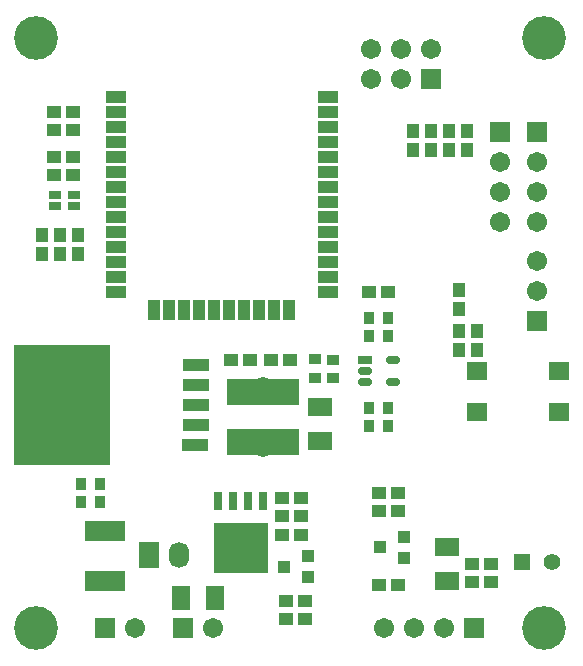
<source format=gts>
G04*
G04 #@! TF.GenerationSoftware,Altium Limited,Altium Designer,21.6.4 (81)*
G04*
G04 Layer_Color=8388736*
%FSLAX25Y25*%
%MOIN*%
G70*
G04*
G04 #@! TF.SameCoordinates,7C905695-A8D0-471C-AD1A-FFB52B7834A9*
G04*
G04*
G04 #@! TF.FilePolarity,Negative*
G04*
G01*
G75*
%ADD36R,0.04343X0.04599*%
%ADD37R,0.06902X0.05918*%
%ADD38R,0.03950X0.02965*%
%ADD39R,0.04599X0.04343*%
%ADD40R,0.03556X0.04343*%
%ADD41R,0.04737X0.02769*%
%ADD42O,0.04737X0.02769*%
%ADD43R,0.04343X0.03556*%
%ADD44R,0.06076X0.07887*%
%ADD45R,0.13398X0.06706*%
%ADD46R,0.07887X0.06076*%
%ADD47R,0.04343X0.03950*%
%ADD48R,0.06706X0.04343*%
%ADD49R,0.04343X0.06706*%
%ADD50R,0.18162X0.16942*%
%ADD51R,0.03162X0.05918*%
%ADD52R,0.24422X0.08674*%
%ADD53R,0.08674X0.04343*%
%ADD54R,0.32296X0.40170*%
%ADD55C,0.14580*%
%ADD56R,0.06706X0.06706*%
%ADD57C,0.06706*%
%ADD58C,0.05524*%
%ADD59R,0.05524X0.05524*%
%ADD60C,0.06800*%
%ADD61R,0.06706X0.06706*%
%ADD62R,0.06706X0.08674*%
%ADD63O,0.06706X0.08674*%
D36*
X62500Y4650D02*
D03*
Y-1650D02*
D03*
X-70500Y30350D02*
D03*
Y36650D02*
D03*
X-76500Y30350D02*
D03*
Y36650D02*
D03*
X-82500Y30350D02*
D03*
Y36650D02*
D03*
X56500Y18150D02*
D03*
Y11850D02*
D03*
Y4650D02*
D03*
Y-1650D02*
D03*
X59000Y64850D02*
D03*
Y71150D02*
D03*
X53000D02*
D03*
Y64850D02*
D03*
X47000Y71150D02*
D03*
Y64850D02*
D03*
X41000D02*
D03*
Y71150D02*
D03*
D37*
X62319Y-22390D02*
D03*
X89681Y-8610D02*
D03*
Y-22390D02*
D03*
X62319Y-8610D02*
D03*
D38*
X-71850Y46228D02*
D03*
Y49772D02*
D03*
X-78150D02*
D03*
Y46228D02*
D03*
D39*
X-78650Y56500D02*
D03*
X-72350D02*
D03*
X32650Y17500D02*
D03*
X26350D02*
D03*
X150Y-5000D02*
D03*
X-6150D02*
D03*
X-13350D02*
D03*
X-19650D02*
D03*
X3650Y-51000D02*
D03*
X-2650D02*
D03*
Y-57000D02*
D03*
X3650D02*
D03*
X-2650Y-63287D02*
D03*
X3650D02*
D03*
X-1150Y-85500D02*
D03*
X5150D02*
D03*
X-1150Y-91500D02*
D03*
X5150D02*
D03*
X-72350Y77500D02*
D03*
X-78650D02*
D03*
X-72350Y71500D02*
D03*
X-78650D02*
D03*
X-72350Y62500D02*
D03*
X-78650D02*
D03*
X29850Y-80000D02*
D03*
X36150D02*
D03*
Y-55500D02*
D03*
X29850D02*
D03*
X36150Y-49500D02*
D03*
X29850D02*
D03*
X60850Y-73000D02*
D03*
X67150D02*
D03*
X60850Y-79000D02*
D03*
X67150D02*
D03*
D40*
X32610Y9000D02*
D03*
X26390D02*
D03*
X32610Y3000D02*
D03*
X26390D02*
D03*
X32610Y-21000D02*
D03*
X26390D02*
D03*
X32610Y-27000D02*
D03*
X26390D02*
D03*
X-63390Y-46500D02*
D03*
X-69610D02*
D03*
X-63390Y-52500D02*
D03*
X-69610D02*
D03*
D41*
X25248Y-5000D02*
D03*
D42*
Y-8740D02*
D03*
Y-12480D02*
D03*
X34500Y-5000D02*
D03*
Y-12480D02*
D03*
D43*
X14500Y-5000D02*
D03*
Y-11220D02*
D03*
X8500Y-4890D02*
D03*
Y-11110D02*
D03*
D44*
X-24870Y-84500D02*
D03*
X-36130D02*
D03*
D45*
X-61500Y-62232D02*
D03*
Y-78768D02*
D03*
D46*
X10000Y-20870D02*
D03*
Y-32130D02*
D03*
X52500Y-67370D02*
D03*
Y-78630D02*
D03*
D47*
X5937Y-77543D02*
D03*
Y-70457D02*
D03*
X-1937Y-74000D02*
D03*
X30126Y-67543D02*
D03*
X38000Y-64000D02*
D03*
Y-71087D02*
D03*
D48*
X12827Y82500D02*
D03*
Y77500D02*
D03*
Y72500D02*
D03*
Y67500D02*
D03*
Y62500D02*
D03*
Y57500D02*
D03*
Y52500D02*
D03*
Y47500D02*
D03*
Y42500D02*
D03*
Y37500D02*
D03*
Y32500D02*
D03*
Y27500D02*
D03*
Y22500D02*
D03*
Y17500D02*
D03*
D03*
X-58000D02*
D03*
Y82500D02*
D03*
D03*
Y22500D02*
D03*
Y27500D02*
D03*
Y32500D02*
D03*
Y37500D02*
D03*
Y42500D02*
D03*
Y47500D02*
D03*
Y52500D02*
D03*
Y57500D02*
D03*
Y62500D02*
D03*
Y67500D02*
D03*
Y72500D02*
D03*
Y77500D02*
D03*
D49*
X-87Y11594D02*
D03*
X-5087D02*
D03*
X-10087D02*
D03*
X-15087D02*
D03*
X-20087D02*
D03*
X-25087D02*
D03*
X-30087D02*
D03*
X-35087D02*
D03*
X-40087D02*
D03*
X-45087D02*
D03*
D03*
D50*
X-16300Y-67600D02*
D03*
D51*
X-8800Y-51900D02*
D03*
X-13800D02*
D03*
X-18800D02*
D03*
X-23800D02*
D03*
D52*
X-9000Y-32268D02*
D03*
Y-15732D02*
D03*
D53*
X-31260Y-6713D02*
D03*
Y-13406D02*
D03*
Y-20098D02*
D03*
Y-26791D02*
D03*
X-31457Y-33386D02*
D03*
D54*
X-75748Y-20000D02*
D03*
D55*
X-84646Y102362D02*
D03*
Y-94488D02*
D03*
X84646D02*
D03*
Y102362D02*
D03*
D56*
X47000Y88500D02*
D03*
X-35500Y-94500D02*
D03*
X-61500D02*
D03*
X61500D02*
D03*
D57*
X47000Y98500D02*
D03*
X37000Y88500D02*
D03*
Y98500D02*
D03*
X27000Y88500D02*
D03*
Y98500D02*
D03*
X82500Y28000D02*
D03*
Y18000D02*
D03*
X-25500Y-94500D02*
D03*
X-51500D02*
D03*
X51500D02*
D03*
X41500D02*
D03*
X31500D02*
D03*
X82500Y61000D02*
D03*
Y51000D02*
D03*
Y41000D02*
D03*
X70000Y61000D02*
D03*
Y51000D02*
D03*
Y41000D02*
D03*
D58*
X87500Y-72500D02*
D03*
D59*
X77500D02*
D03*
D60*
X-9000Y-34000D02*
D03*
Y-14000D02*
D03*
D61*
X82500Y8000D02*
D03*
Y71000D02*
D03*
X70000D02*
D03*
D62*
X-47000Y-70000D02*
D03*
D63*
X-37000D02*
D03*
M02*

</source>
